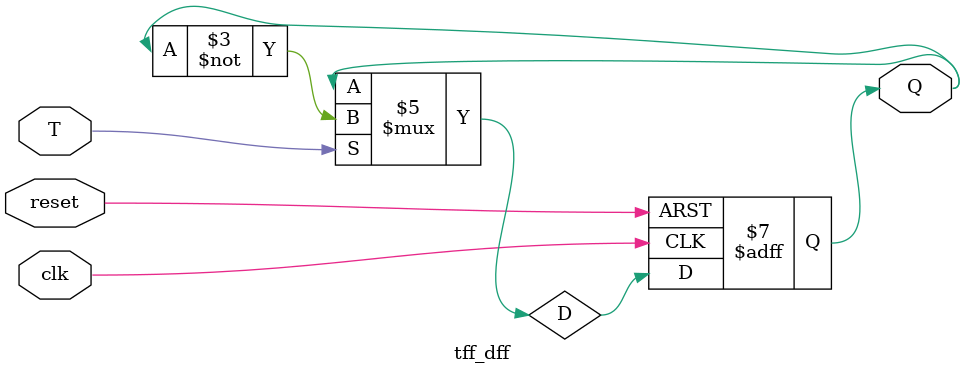
<source format=v>
module tff_dff(T, clk, reset, Q);
input T, clk, reset;
output reg Q;
reg D;

always @(posedge clk or posedge reset)
begin
    if (reset) begin
        Q <= 1'b0;
    end else begin
        Q <= D;
    end
end

always @*
begin
    if (T) begin
        D = ~Q;
    end else begin
        D = Q;
    end
end

endmodule
</source>
